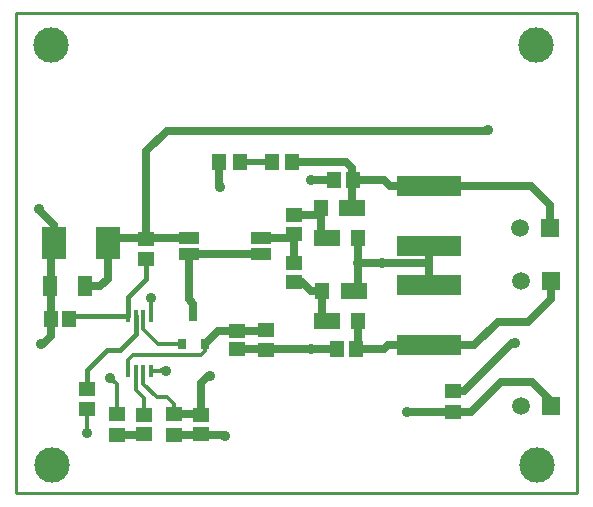
<source format=gtl>
G04 Layer_Physical_Order=1*
G04 Layer_Color=255*
%FSLAX44Y44*%
%MOMM*%
G71*
G01*
G75*
%ADD10R,0.6500X0.9500*%
%ADD11R,1.3500X1.1500*%
%ADD12R,1.2000X1.4000*%
%ADD13R,2.2000X1.4000*%
%ADD14R,0.4100X1.0200*%
%ADD15R,1.7300X1.0000*%
%ADD16R,2.0000X2.8000*%
%ADD17R,5.4000X1.7000*%
%ADD18R,1.3000X1.8000*%
%ADD19R,1.4000X1.3000*%
%ADD20R,1.1500X1.3500*%
%ADD21R,1.3000X1.4000*%
%ADD22C,0.6350*%
%ADD23C,0.3048*%
%ADD24C,0.5080*%
%ADD25C,0.3810*%
%ADD26C,0.2540*%
%ADD27C,1.5000*%
%ADD28R,1.5000X1.5000*%
%ADD29C,3.0000*%
%ADD30C,0.9144*%
D10*
X750570Y689680D02*
D03*
X760070Y666680D02*
D03*
X741070D02*
D03*
D11*
X710750Y755500D02*
D03*
Y738000D02*
D03*
X734060Y606780D02*
D03*
Y589280D02*
D03*
X812000Y678500D02*
D03*
Y661000D02*
D03*
X685500Y589250D02*
D03*
Y606750D02*
D03*
X970000Y626500D02*
D03*
Y609000D02*
D03*
X660400Y611010D02*
D03*
Y628510D02*
D03*
D12*
X890270Y685800D02*
D03*
Y755650D02*
D03*
X858520Y781050D02*
D03*
X859790Y711200D02*
D03*
D13*
X863600Y685800D02*
D03*
Y755650D02*
D03*
X885190Y781050D02*
D03*
X886460Y711200D02*
D03*
D14*
X695100Y643750D02*
D03*
X701600D02*
D03*
X708100D02*
D03*
X714600D02*
D03*
Y689750D02*
D03*
X708100D02*
D03*
X701600D02*
D03*
X695100D02*
D03*
D15*
X746390Y756300D02*
D03*
Y742300D02*
D03*
X808090D02*
D03*
Y756300D02*
D03*
D16*
X632820Y751840D02*
D03*
X677820D02*
D03*
D17*
X949960Y665380D02*
D03*
Y716380D02*
D03*
Y800200D02*
D03*
Y749200D02*
D03*
D18*
X629390Y715010D02*
D03*
X658390D02*
D03*
D19*
X835660Y734440D02*
D03*
Y718440D02*
D03*
X787400Y661670D02*
D03*
Y677670D02*
D03*
X757250Y590000D02*
D03*
Y606000D02*
D03*
X708660Y590170D02*
D03*
Y606170D02*
D03*
X835660Y759080D02*
D03*
Y775080D02*
D03*
D20*
X789940Y820420D02*
D03*
X772440D02*
D03*
X834250D02*
D03*
X816750D02*
D03*
D21*
X869570Y805180D02*
D03*
X885570D02*
D03*
X645540Y687070D02*
D03*
X629540D02*
D03*
X872110Y661670D02*
D03*
X888110D02*
D03*
D22*
X629540Y687070D02*
Y748560D01*
X787400Y661670D02*
X850500D01*
X734060Y589280D02*
X774530D01*
X728000Y846750D02*
X1000360D01*
X979750Y626500D02*
X1020000Y666750D01*
X1008250Y685250D02*
X1034000D01*
X988380Y665380D02*
X1008250Y685250D01*
X949960Y665380D02*
X988380D01*
X1034000Y685250D02*
X1053000Y704250D01*
Y720000D01*
X1037500Y634500D02*
X1053650Y618350D01*
X1011250Y634500D02*
X1037500D01*
X985750Y609000D02*
X1011250Y634500D01*
X746390Y742300D02*
X808090D01*
X746390Y704610D02*
Y742300D01*
Y704610D02*
X750570Y700430D01*
Y689680D02*
Y700430D01*
X808090Y756300D02*
X832880D01*
X835660Y759080D01*
Y734440D02*
Y759080D01*
Y718440D02*
X842560D01*
X849800Y711200D01*
X859790D01*
Y689610D02*
Y711200D01*
Y689610D02*
X863600Y685800D01*
X835660Y775080D02*
X857670D01*
X858520Y775930D01*
Y760730D02*
X863600Y755650D01*
X858520Y775930D02*
Y781050D01*
Y760730D02*
Y775930D01*
X885190Y781050D02*
Y804800D01*
X885570Y805180D01*
X911570D01*
X916550Y800200D01*
X949960D01*
X888110Y661670D02*
X911920D01*
X915630Y665380D01*
X949960D01*
X890270Y663830D02*
Y685800D01*
X888110Y661670D02*
X890270Y663830D01*
X886460Y711200D02*
X890270Y715010D01*
X949710Y734500D02*
X949960Y734750D01*
X890270Y715010D02*
Y734500D01*
Y755650D01*
X949960Y734750D02*
Y749200D01*
Y716380D02*
Y734750D01*
X787400Y677670D02*
X811170D01*
X812000Y678500D01*
X760070Y666680D02*
X771060Y677670D01*
X787400D01*
X685500Y589250D02*
X707740D01*
X708660Y590170D01*
X734060Y606780D02*
X756470D01*
X757250Y606000D01*
X834250Y820420D02*
X880080D01*
X885190Y815310D01*
X629540Y748560D02*
X632820Y751840D01*
X677820D02*
X682280Y756300D01*
X677820Y721320D02*
Y751840D01*
X671510Y715010D02*
X677820Y721320D01*
X658390Y715010D02*
X671510D01*
X949960Y800200D02*
X1036300D01*
X1052750Y783750D01*
Y764750D02*
Y783750D01*
X885190Y804800D02*
Y815310D01*
X970000Y609000D02*
X985750D01*
X710750Y829500D02*
X728000Y846750D01*
X710750Y755500D02*
Y756300D01*
Y829500D01*
Y756300D02*
X746390D01*
X682280D02*
X710750D01*
X970000Y626500D02*
X979750D01*
X757250Y606000D02*
Y633500D01*
X762000Y638250D01*
X772440Y801560D02*
Y820420D01*
Y801560D02*
X772500Y801500D01*
X890270Y734500D02*
X910000D01*
X949710D01*
X774530Y589280D02*
X774750Y589500D01*
X632820Y751840D02*
Y766680D01*
X620750Y778750D02*
X632820Y766680D01*
X629540Y673290D02*
Y687070D01*
X623750Y667500D02*
X629540Y673290D01*
X850500Y661670D02*
X872110D01*
X852820Y805180D02*
X869570D01*
X852500Y805500D02*
X852820Y805180D01*
X931250Y609000D02*
X970000D01*
D23*
X708100Y678900D02*
Y689750D01*
Y678900D02*
X720320Y666680D01*
X741070D01*
X701600Y627400D02*
Y643750D01*
Y627400D02*
X708660Y620340D01*
X708100Y632400D02*
Y643750D01*
X734060Y606780D02*
Y615440D01*
X695100Y643750D02*
X695486Y644136D01*
Y652914D01*
X699572Y657000D01*
X757000D01*
X760070Y660070D01*
Y666680D01*
X660400Y591100D02*
Y611010D01*
Y591100D02*
X660500Y591000D01*
X714600Y689750D02*
Y700850D01*
Y643750D02*
X723250D01*
X723500Y644000D01*
X685500Y606750D02*
Y632500D01*
X680250Y637750D02*
X685500Y632500D01*
X728500Y621000D02*
X734060Y615440D01*
X708100Y632400D02*
X719500Y621000D01*
X728500D01*
X708660Y606170D02*
Y620340D01*
D24*
X789940Y820420D02*
X816750D01*
D25*
X695100Y689750D02*
Y705850D01*
X710750Y721500D01*
Y738000D01*
X648220Y689750D02*
X695100D01*
X645540Y687070D02*
X648220Y689750D01*
X701600Y674350D02*
Y689750D01*
X688500Y661250D02*
X701600Y674350D01*
X677000Y661250D02*
X688500D01*
X660400Y644650D02*
X677000Y661250D01*
X660400Y628510D02*
Y644650D01*
D26*
X600000Y539750D02*
X1075690D01*
Y946150D01*
X600000D02*
X1075690D01*
X600000Y539750D02*
Y946150D01*
D27*
X1027350Y764750D02*
D03*
X1027750Y613710D02*
D03*
X1027600Y720000D02*
D03*
D28*
X1052750Y764750D02*
D03*
X1053150Y613710D02*
D03*
X1053000Y720000D02*
D03*
D29*
X1040230Y919730D02*
D03*
X1041400Y563880D02*
D03*
X631190D02*
D03*
X629920Y919480D02*
D03*
D30*
X1000360Y847160D02*
D03*
X1023220Y666820D02*
D03*
X764750Y639500D02*
D03*
X772750Y799250D02*
D03*
X660500Y591000D02*
D03*
X931250Y609000D02*
D03*
X890270Y734500D02*
D03*
X910000D02*
D03*
X680250Y637750D02*
D03*
X727500Y643500D02*
D03*
X777000Y588500D02*
D03*
X619750Y780750D02*
D03*
X621750Y666000D02*
D03*
X714750Y705250D02*
D03*
X850500Y661670D02*
D03*
Y805250D02*
D03*
M02*

</source>
